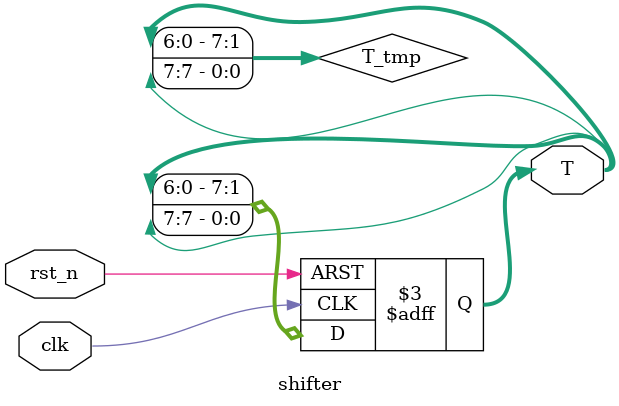
<source format=v>
`timescale 1ns / 1ps

module shifter(
    input clk,
    input rst_n,
    output [7:0]T
    );
    reg [7:0]T;  
    //combinational
    wire[7:0]T_tmp = {T[6:0], T[7]};
    //sequential
    always@(posedge clk or negedge rst_n)
    if (~rst_n) T <= 8'b01010101;
    else T <= T_tmp;
    
endmodule


</source>
